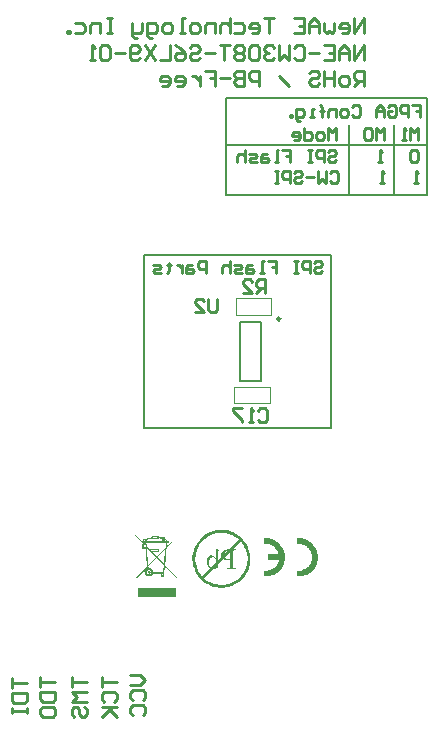
<source format=gbo>
G04 Layer_Color=32896*
%FSLAX25Y25*%
%MOIN*%
G70*
G01*
G75*
%ADD19C,0.01000*%
%ADD34C,0.00984*%
%ADD35C,0.00787*%
%ADD36C,0.00394*%
G36*
X181167Y159147D02*
Y159101D01*
Y159008D01*
Y158916D01*
Y158823D01*
Y158730D01*
Y158684D01*
Y158661D01*
Y158291D01*
Y157944D01*
Y157782D01*
Y157666D01*
Y157597D01*
Y157573D01*
Y157157D01*
Y156972D01*
Y156810D01*
Y156671D01*
Y156579D01*
Y156509D01*
Y156486D01*
Y156324D01*
Y156208D01*
Y156116D01*
Y156069D01*
Y156000D01*
X168509D01*
Y156023D01*
Y156069D01*
Y156254D01*
Y156416D01*
Y156463D01*
Y156486D01*
Y156856D01*
Y157203D01*
Y157365D01*
Y157481D01*
Y157550D01*
Y157573D01*
Y157990D01*
Y158175D01*
Y158337D01*
Y158476D01*
Y158569D01*
Y158638D01*
Y158661D01*
Y158823D01*
Y158962D01*
Y159055D01*
Y159101D01*
Y159147D01*
Y159170D01*
X181167D01*
Y159147D01*
D02*
G37*
G36*
X182000Y176710D02*
X178089Y172638D01*
X177974Y171527D01*
X177719Y168866D01*
X177534Y166945D01*
X181722Y162618D01*
X181445Y162340D01*
X177488Y166390D01*
X177256Y163914D01*
X177141D01*
Y162965D01*
X176261D01*
Y163914D01*
X173531D01*
X173438Y163729D01*
X173299Y163544D01*
X173114Y163335D01*
X172860Y163150D01*
X172559Y163058D01*
X172281Y163035D01*
X172003D01*
X171795Y163104D01*
X171541Y163197D01*
X171333Y163335D01*
X171170Y163497D01*
X171009Y163729D01*
X170893Y163983D01*
X170823Y164215D01*
X170800Y164423D01*
X170823Y164654D01*
X170870Y164839D01*
X170939Y165025D01*
X171032Y165210D01*
X171147Y165372D01*
X171309Y165534D01*
X171494Y165649D01*
X171656Y165719D01*
X171633Y165927D01*
X168162Y162340D01*
X167885Y162641D01*
X171587Y166482D01*
X171286Y169838D01*
X171078Y172267D01*
X169967D01*
Y173818D01*
X170268D01*
X167445Y176710D01*
X167746Y176988D01*
X170384Y174258D01*
Y174466D01*
X170337Y174512D01*
X170268Y174558D01*
X170199Y174628D01*
X170129Y174697D01*
X170083Y174813D01*
X170060Y174905D01*
X170037Y175021D01*
X170060Y175160D01*
X170106Y175252D01*
X170199Y175415D01*
X170314Y175507D01*
X170476Y175576D01*
X170638Y175600D01*
X170800Y175576D01*
X170939Y175530D01*
X171055Y175461D01*
X171101Y175391D01*
X171217Y175484D01*
X171379Y175600D01*
X171587Y175692D01*
X171888Y175808D01*
X172212Y175900D01*
X172536Y175970D01*
X172883Y176039D01*
X173161Y176062D01*
Y176409D01*
X175382D01*
Y176109D01*
X175567D01*
X175845Y176085D01*
X176146Y176039D01*
X176446Y175993D01*
Y176178D01*
X177395D01*
Y175738D01*
X177511Y175669D01*
X177673Y175600D01*
X177835Y175507D01*
X177974Y175415D01*
X178112Y175299D01*
X178205Y175206D01*
X178251Y175137D01*
X178298Y175044D01*
X178275Y174882D01*
X178830D01*
Y174165D01*
X178228D01*
X178136Y173262D01*
X181722Y176988D01*
X182000Y176710D01*
D02*
G37*
G36*
X197068Y178561D02*
X197785Y178469D01*
X198456Y178330D01*
X199104Y178145D01*
X199706Y177937D01*
X200261Y177682D01*
X200794Y177428D01*
X201256Y177173D01*
X201696Y176895D01*
X202066Y176641D01*
X202390Y176409D01*
X202668Y176178D01*
X202899Y175993D01*
X203038Y175854D01*
X203154Y175762D01*
X203177Y175738D01*
X203663Y175183D01*
X204102Y174628D01*
X204496Y174049D01*
X204797Y173471D01*
X205074Y172892D01*
X205306Y172314D01*
X205491Y171782D01*
X205653Y171249D01*
X205769Y170763D01*
X205861Y170300D01*
X205907Y169907D01*
X205954Y169560D01*
X205977Y169282D01*
X206000Y169074D01*
Y168935D01*
Y168912D01*
Y168889D01*
X205977Y168149D01*
X205884Y167454D01*
X205746Y166760D01*
X205560Y166135D01*
X205352Y165534D01*
X205098Y164955D01*
X204843Y164446D01*
X204589Y163960D01*
X204334Y163544D01*
X204079Y163150D01*
X203825Y162826D01*
X203617Y162549D01*
X203432Y162340D01*
X203293Y162178D01*
X203200Y162063D01*
X203177Y162039D01*
X202645Y161554D01*
X202066Y161114D01*
X201488Y160721D01*
X200909Y160420D01*
X200331Y160142D01*
X199775Y159911D01*
X199220Y159725D01*
X198688Y159564D01*
X198202Y159448D01*
X197739Y159355D01*
X197346Y159309D01*
X196999Y159263D01*
X196721Y159240D01*
X196513Y159216D01*
X196327D01*
X195587Y159240D01*
X194893Y159332D01*
X194222Y159471D01*
X193574Y159656D01*
X192972Y159864D01*
X192417Y160119D01*
X191885Y160373D01*
X191422Y160628D01*
X190982Y160882D01*
X190612Y161137D01*
X190288Y161392D01*
X190010Y161600D01*
X189779Y161785D01*
X189640Y161924D01*
X189524Y162016D01*
X189501Y162039D01*
X188992Y162595D01*
X188552Y163150D01*
X188182Y163729D01*
X187858Y164307D01*
X187581Y164886D01*
X187349Y165464D01*
X187164Y166020D01*
X187002Y166529D01*
X186886Y167015D01*
X186794Y167477D01*
X186748Y167871D01*
X186701Y168218D01*
X186678Y168496D01*
X186655Y168704D01*
Y168843D01*
Y168889D01*
X186678Y169630D01*
X186771Y170324D01*
X186909Y171018D01*
X187095Y171643D01*
X187303Y172244D01*
X187557Y172823D01*
X187812Y173332D01*
X188066Y173818D01*
X188344Y174258D01*
X188599Y174628D01*
X188830Y174952D01*
X189061Y175229D01*
X189247Y175461D01*
X189385Y175600D01*
X189478Y175715D01*
X189501Y175738D01*
X190033Y176248D01*
X190612Y176687D01*
X191167Y177057D01*
X191769Y177381D01*
X192324Y177659D01*
X192903Y177890D01*
X193458Y178076D01*
X193967Y178237D01*
X194453Y178353D01*
X194916Y178446D01*
X195309Y178492D01*
X195656Y178538D01*
X195934Y178561D01*
X196142Y178585D01*
X196327D01*
X197068Y178561D01*
D02*
G37*
G36*
X211561Y175866D02*
X212048Y175820D01*
X212487Y175704D01*
X212927Y175588D01*
X213320Y175449D01*
X213714Y175287D01*
X214061Y175125D01*
X214362Y174940D01*
X214662Y174755D01*
X214917Y174593D01*
X215125Y174431D01*
X215310Y174292D01*
X215472Y174177D01*
X215565Y174084D01*
X215634Y174015D01*
X215657Y173992D01*
X215981Y173621D01*
X216282Y173251D01*
X216537Y172881D01*
X216745Y172487D01*
X216930Y172094D01*
X217069Y171724D01*
X217208Y171353D01*
X217300Y171006D01*
X217370Y170683D01*
X217439Y170382D01*
X217462Y170104D01*
X217509Y169873D01*
Y169687D01*
X217532Y169549D01*
Y169456D01*
Y169433D01*
X217509Y168947D01*
X217439Y168484D01*
X217347Y168021D01*
X217231Y167605D01*
X217092Y167188D01*
X216930Y166818D01*
X216768Y166471D01*
X216583Y166147D01*
X216421Y165869D01*
X216259Y165615D01*
X216097Y165407D01*
X215958Y165221D01*
X215819Y165059D01*
X215727Y164967D01*
X215680Y164898D01*
X215657Y164874D01*
X215287Y164550D01*
X214917Y164250D01*
X214523Y163995D01*
X214130Y163787D01*
X213760Y163602D01*
X213366Y163463D01*
X212996Y163324D01*
X212649Y163231D01*
X212325Y163162D01*
X212024Y163093D01*
X211747Y163069D01*
X211515Y163023D01*
X211330D01*
X211191Y163000D01*
X210844D01*
X210636Y163023D01*
X210428D01*
X210451Y164967D01*
X210659Y164944D01*
X210867Y164921D01*
X211076D01*
X211376Y164944D01*
X211654Y164967D01*
X212186Y165083D01*
X212672Y165245D01*
X213089Y165430D01*
X213436Y165592D01*
X213575Y165684D01*
X213690Y165754D01*
X213806Y165823D01*
X213876Y165869D01*
X213899Y165916D01*
X213922D01*
X214338Y166309D01*
X214685Y166749D01*
X214963Y167165D01*
X215171Y167582D01*
X215310Y167929D01*
X215380Y168091D01*
X215426Y168230D01*
X215449Y168322D01*
X215472Y168415D01*
X215495Y168461D01*
Y168484D01*
X211723D01*
Y170405D01*
X215495D01*
X215333Y170960D01*
X215102Y171469D01*
X214847Y171909D01*
X214593Y172279D01*
X214338Y172580D01*
X214130Y172788D01*
X213968Y172927D01*
X213945Y172973D01*
X213922D01*
X213690Y173159D01*
X213436Y173297D01*
X212950Y173552D01*
X212464Y173737D01*
X212024Y173853D01*
X211654Y173922D01*
X211492Y173945D01*
X211353D01*
X211238Y173968D01*
X210844D01*
X210636Y173945D01*
X210474Y173922D01*
X210428D01*
Y175866D01*
X210682Y175889D01*
X211076D01*
X211561Y175866D01*
D02*
G37*
G36*
X222530D02*
X223016Y175820D01*
X223456Y175704D01*
X223895Y175588D01*
X224289Y175449D01*
X224682Y175287D01*
X225029Y175125D01*
X225330Y174940D01*
X225631Y174755D01*
X225885Y174593D01*
X226093Y174431D01*
X226279Y174292D01*
X226441Y174177D01*
X226533Y174084D01*
X226603Y174015D01*
X226626Y173992D01*
X226950Y173621D01*
X227250Y173251D01*
X227505Y172881D01*
X227713Y172487D01*
X227898Y172094D01*
X228037Y171724D01*
X228176Y171353D01*
X228269Y171006D01*
X228338Y170683D01*
X228407Y170382D01*
X228431Y170104D01*
X228477Y169873D01*
Y169687D01*
X228500Y169549D01*
Y169456D01*
Y169433D01*
X228477Y168947D01*
X228407Y168484D01*
X228315Y168021D01*
X228199Y167605D01*
X228060Y167188D01*
X227898Y166818D01*
X227736Y166471D01*
X227551Y166147D01*
X227389Y165869D01*
X227227Y165615D01*
X227065Y165407D01*
X226926Y165221D01*
X226788Y165059D01*
X226695Y164967D01*
X226649Y164898D01*
X226626Y164874D01*
X226255Y164550D01*
X225885Y164250D01*
X225492Y163995D01*
X225098Y163787D01*
X224728Y163602D01*
X224335Y163463D01*
X223965Y163324D01*
X223618Y163231D01*
X223293Y163162D01*
X222993Y163093D01*
X222715Y163069D01*
X222484Y163023D01*
X222299D01*
X222160Y163000D01*
X221813D01*
X221604Y163023D01*
X221396D01*
Y164967D01*
X221627Y164944D01*
X221836Y164921D01*
X222044D01*
X222391Y164944D01*
X222715Y164967D01*
X223039Y165036D01*
X223340Y165129D01*
X223872Y165337D01*
X224335Y165592D01*
X224543Y165707D01*
X224728Y165823D01*
X224867Y165939D01*
X225006Y166031D01*
X225098Y166124D01*
X225168Y166193D01*
X225214Y166217D01*
X225237Y166240D01*
X225469Y166494D01*
X225677Y166772D01*
X225839Y167026D01*
X226001Y167304D01*
X226117Y167582D01*
X226232Y167836D01*
X226394Y168345D01*
X226487Y168785D01*
X226510Y168970D01*
X226533Y169132D01*
X226556Y169248D01*
Y169340D01*
Y169410D01*
Y169433D01*
X226533Y169780D01*
X226510Y170104D01*
X226441Y170428D01*
X226348Y170729D01*
X226140Y171261D01*
X225885Y171724D01*
X225769Y171932D01*
X225654Y172117D01*
X225538Y172256D01*
X225446Y172395D01*
X225353Y172487D01*
X225284Y172557D01*
X225260Y172603D01*
X225237Y172626D01*
X224983Y172858D01*
X224728Y173066D01*
X224450Y173251D01*
X224173Y173413D01*
X223918Y173529D01*
X223641Y173644D01*
X223155Y173806D01*
X222715Y173899D01*
X222507Y173922D01*
X222368Y173945D01*
X222229Y173968D01*
X221813D01*
X221604Y173945D01*
X221442Y173922D01*
X221396D01*
Y175866D01*
X221604Y175889D01*
X222044D01*
X222530Y175866D01*
D02*
G37*
%LPC*%
G36*
X172351Y165140D02*
X172235D01*
X172003Y165117D01*
X171842Y165025D01*
X171703Y164932D01*
X171633Y164793D01*
X171587Y164678D01*
X171541Y164562D01*
Y164469D01*
Y164446D01*
X171564Y164215D01*
X171656Y164053D01*
X171749Y163914D01*
X171888Y163845D01*
X172003Y163798D01*
X172119Y163775D01*
X172212Y163752D01*
X172235D01*
X172466Y163775D01*
X172628Y163868D01*
X172767Y163983D01*
X172837Y164099D01*
X172883Y164238D01*
X172906Y164330D01*
X172929Y164423D01*
Y164446D01*
X172906Y164678D01*
X172813Y164839D01*
X172698Y164978D01*
X172582Y165048D01*
X172443Y165094D01*
X172351Y165140D01*
D02*
G37*
G36*
X176747Y163914D02*
X176655D01*
Y163358D01*
X176747D01*
Y163914D01*
D02*
G37*
G36*
X177395Y175276D02*
Y174882D01*
X177881D01*
Y174952D01*
X177765Y175067D01*
X177627Y175160D01*
X177395Y175276D01*
D02*
G37*
G36*
X170685Y175206D02*
X170661D01*
X170546Y175183D01*
X170476Y175114D01*
X170453Y175021D01*
Y174998D01*
X170476Y174882D01*
X170546Y174836D01*
X170638Y174813D01*
X170661D01*
X170777Y174836D01*
X170823Y174905D01*
X170846Y174975D01*
Y174998D01*
X170823Y175114D01*
X170754Y175183D01*
X170685Y175206D01*
D02*
G37*
G36*
X171147Y173424D02*
X170384D01*
Y172661D01*
X171147D01*
Y173424D01*
D02*
G37*
G36*
X174965Y176016D02*
X173554D01*
Y175785D01*
X174965D01*
Y176016D01*
D02*
G37*
G36*
X175382Y175692D02*
Y175391D01*
X173161D01*
Y175646D01*
X172698Y175576D01*
X172281Y175484D01*
X171934Y175391D01*
X171656Y175252D01*
X171448Y175137D01*
X171286Y174975D01*
Y174882D01*
X176446D01*
Y175553D01*
X176122Y175623D01*
X175775Y175669D01*
X175382Y175692D01*
D02*
G37*
G36*
X177002Y175785D02*
X176840D01*
Y175252D01*
X177002D01*
Y175785D01*
D02*
G37*
G36*
X175035Y171689D02*
X172952D01*
Y171550D01*
X175035D01*
Y171689D01*
D02*
G37*
G36*
X171541Y172499D02*
Y172267D01*
X171494D01*
X171957Y166876D01*
X174479Y169491D01*
X172860Y171157D01*
X172513D01*
Y171504D01*
X171541Y172499D01*
D02*
G37*
G36*
X174757Y169190D02*
X172003Y166344D01*
X172050Y165834D01*
X172235Y165858D01*
X172443Y165834D01*
X172698Y165765D01*
X172952Y165649D01*
X173137Y165510D01*
X173299Y165349D01*
X173461Y165117D01*
X173577Y164839D01*
X173646Y164539D01*
X173623Y164330D01*
X176886D01*
X177118Y166760D01*
X174757Y169190D01*
D02*
G37*
G36*
X177812Y174165D02*
X171333D01*
X171379Y173818D01*
X171541D01*
Y173077D01*
X172513Y172082D01*
X175428D01*
Y171157D01*
X173415D01*
X174757Y169768D01*
X177696Y172823D01*
X177812Y174165D01*
D02*
G37*
G36*
X177627Y172175D02*
X175035Y169491D01*
X177164Y167292D01*
X177627Y172175D01*
D02*
G37*
%LPD*%
G36*
X172397Y164886D02*
X172513Y164839D01*
X172582Y164770D01*
X172628Y164678D01*
X172698Y164515D01*
Y164469D01*
Y164446D01*
X172675Y164284D01*
X172628Y164168D01*
X172559Y164099D01*
X172466Y164053D01*
X172304Y163983D01*
X172235D01*
X172073Y164006D01*
X171957Y164053D01*
X171888Y164122D01*
X171818Y164215D01*
X171772Y164377D01*
Y164423D01*
Y164446D01*
X171795Y164608D01*
X171842Y164724D01*
X171911Y164793D01*
X172003Y164863D01*
X172166Y164909D01*
X172235D01*
X172397Y164886D01*
D02*
G37*
%LPC*%
G36*
X172258Y164515D02*
X172189D01*
X172166Y164492D01*
Y164469D01*
Y164446D01*
Y164400D01*
X172189Y164377D01*
X172235D01*
X172281Y164400D01*
X172304Y164423D01*
Y164446D01*
X172281Y164492D01*
X172258Y164515D01*
D02*
G37*
G36*
X196490Y177613D02*
X196327D01*
X195656Y177590D01*
X195032Y177497D01*
X194407Y177381D01*
X193851Y177219D01*
X193296Y177011D01*
X192787Y176803D01*
X192324Y176572D01*
X191885Y176340D01*
X191514Y176085D01*
X191167Y175854D01*
X190866Y175646D01*
X190635Y175438D01*
X190427Y175276D01*
X190288Y175160D01*
X190195Y175067D01*
X190172Y175044D01*
X189733Y174558D01*
X189339Y174049D01*
X188992Y173540D01*
X188691Y173008D01*
X188460Y172499D01*
X188252Y171990D01*
X188090Y171481D01*
X187951Y171018D01*
X187835Y170578D01*
X187766Y170162D01*
X187696Y169815D01*
X187673Y169491D01*
X187650Y169236D01*
X187627Y169051D01*
Y168935D01*
Y168889D01*
X187650Y168218D01*
X187742Y167593D01*
X187858Y166991D01*
X188020Y166413D01*
X188205Y165858D01*
X188437Y165349D01*
X188668Y164886D01*
X188900Y164469D01*
X189131Y164076D01*
X189362Y163729D01*
X189571Y163428D01*
X189779Y163197D01*
X189840Y163118D01*
X189825Y163104D01*
X189999Y162919D01*
X190057Y162849D01*
X190149Y162757D01*
X190172Y162734D01*
X189999Y162919D01*
X189941Y162988D01*
X189840Y163118D01*
X192509Y165788D01*
X192370Y165881D01*
X192255Y165973D01*
X192162Y166043D01*
X192139Y166066D01*
X191885Y166344D01*
X191700Y166667D01*
X191561Y166968D01*
X191468Y167269D01*
X191422Y167524D01*
X191376Y167732D01*
Y167871D01*
Y167894D01*
Y167917D01*
X191399Y168264D01*
X191445Y168588D01*
X191537Y168843D01*
X191607Y169074D01*
X191700Y169259D01*
X191792Y169375D01*
X191838Y169467D01*
X191861Y169491D01*
X192047Y169676D01*
X192255Y169815D01*
X192440Y169930D01*
X192625Y170000D01*
X192787Y170046D01*
X192903Y170069D01*
X193018D01*
X193296Y170023D01*
X193551Y169930D01*
X193782Y169791D01*
X193967Y169630D01*
X194152Y169467D01*
X194268Y169329D01*
X194361Y169236D01*
X194384Y169190D01*
Y172314D01*
X194592D01*
X195888Y171782D01*
X195818Y171619D01*
X195680Y171666D01*
X195587Y171689D01*
X195494D01*
X195356Y171666D01*
X195333Y171643D01*
X195309D01*
X195263Y171573D01*
X195217Y171504D01*
X195194Y171434D01*
Y171411D01*
Y171319D01*
X195170Y171203D01*
Y170902D01*
Y170740D01*
Y170624D01*
Y170532D01*
Y170509D01*
Y168426D01*
X196304Y169583D01*
X196258Y169815D01*
X196212Y170023D01*
Y170115D01*
Y170162D01*
Y170208D01*
Y170231D01*
X196235Y170439D01*
X196258Y170624D01*
X196327Y170810D01*
X196374Y170948D01*
X196443Y171064D01*
X196513Y171157D01*
X196536Y171203D01*
X196559Y171226D01*
X196698Y171388D01*
X196837Y171504D01*
X196975Y171619D01*
X197114Y171689D01*
X197230Y171758D01*
X197299Y171805D01*
X197369Y171828D01*
X197392D01*
X197600Y171897D01*
X197808Y171943D01*
X198040Y171967D01*
X198248Y171990D01*
X198433Y172013D01*
X198734D01*
X202136Y175391D01*
X202483Y175044D01*
X202737Y174790D01*
X202622Y174928D01*
X202529Y175021D01*
X202506Y175044D01*
X202020Y175507D01*
X201511Y175900D01*
X200979Y176224D01*
X200446Y176525D01*
X199937Y176780D01*
X199428Y176988D01*
X198919Y177150D01*
X198456Y177289D01*
X198017Y177404D01*
X197600Y177474D01*
X197253Y177543D01*
X196929Y177567D01*
X196675Y177590D01*
X196490Y177613D01*
D02*
G37*
G36*
X198318Y171596D02*
X198179Y171550D01*
X198063Y171504D01*
X197970Y171458D01*
X197947Y171434D01*
X197739Y171272D01*
X197600Y171110D01*
X197485Y170972D01*
X197461Y170925D01*
Y170902D01*
X197392Y170786D01*
X197369Y170694D01*
X197346Y170648D01*
Y170624D01*
X198318Y171596D01*
D02*
G37*
G36*
X202737Y174790D02*
X202798Y174712D01*
X200099Y172013D01*
X201094D01*
Y171828D01*
X200840D01*
X200608Y171805D01*
X200446Y171735D01*
X200331Y171643D01*
X200308Y171619D01*
X200261Y171550D01*
X200215Y171458D01*
X200192Y171203D01*
X200169Y171087D01*
Y170972D01*
Y170902D01*
Y170879D01*
Y166737D01*
Y166552D01*
X200192Y166390D01*
Y166274D01*
X200215Y166182D01*
X200238Y166112D01*
Y166066D01*
X200261Y166043D01*
X200331Y165950D01*
X200423Y165904D01*
X200608Y165811D01*
X200770Y165788D01*
X201094D01*
Y165603D01*
X198341D01*
Y165788D01*
X198595D01*
X198827Y165811D01*
X198989Y165881D01*
X199081Y165950D01*
X199127Y165973D01*
X199174Y166043D01*
X199197Y166158D01*
X199243Y166413D01*
X199266Y166529D01*
Y166644D01*
Y166714D01*
Y166737D01*
Y168588D01*
X199035Y168542D01*
X198850Y168519D01*
X198734Y168496D01*
X198688D01*
X198479Y168473D01*
X198179D01*
X197901Y168496D01*
X197646Y168519D01*
X197438Y168588D01*
X197253Y168658D01*
X197091Y168704D01*
X196999Y168773D01*
X196929Y168796D01*
X196906Y168820D01*
X195170Y167061D01*
Y166020D01*
X194870Y165834D01*
X194615Y165719D01*
X194499Y165673D01*
X194430Y165626D01*
X194384Y165603D01*
X194361D01*
X194083Y165534D01*
X193851Y165487D01*
X193736Y165464D01*
X193574D01*
X190524Y162415D01*
X190658Y162294D01*
X191167Y161901D01*
X191676Y161554D01*
X192209Y161253D01*
X192718Y161021D01*
X193227Y160813D01*
X193736Y160651D01*
X194199Y160512D01*
X194638Y160397D01*
X195055Y160327D01*
X195402Y160258D01*
X195726Y160235D01*
X195980Y160212D01*
X196166Y160188D01*
X196327D01*
X196999Y160212D01*
X197623Y160304D01*
X198248Y160420D01*
X198803Y160582D01*
X199359Y160790D01*
X199868Y160998D01*
X200331Y161230D01*
X200770Y161461D01*
X201164Y161692D01*
X201511Y161924D01*
X201788Y162155D01*
X202043Y162340D01*
X202251Y162502D01*
X202390Y162618D01*
X202483Y162711D01*
X202506Y162734D01*
X202945Y163220D01*
X203339Y163729D01*
X203686Y164238D01*
X203987Y164770D01*
X204218Y165279D01*
X204427Y165811D01*
X204589Y166297D01*
X204727Y166760D01*
X204843Y167200D01*
X204912Y167616D01*
X204982Y167963D01*
X205005Y168287D01*
X205028Y168542D01*
X205051Y168727D01*
Y168843D01*
Y168889D01*
X205028Y169560D01*
X204936Y170185D01*
X204820Y170810D01*
X204658Y171365D01*
X204450Y171920D01*
X204241Y172429D01*
X204010Y172892D01*
X203779Y173332D01*
X203547Y173702D01*
X203316Y174049D01*
X203084Y174350D01*
X202899Y174581D01*
X202798Y174712D01*
X202807Y174720D01*
X202737Y174790D01*
D02*
G37*
G36*
X190172Y162734D02*
X190519Y162410D01*
X190524Y162415D01*
X190172Y162734D01*
D02*
G37*
G36*
X199266Y171157D02*
X197485Y169375D01*
X197531Y169282D01*
X197600Y169213D01*
X197623Y169190D01*
X197646Y169167D01*
X197785Y169028D01*
X197924Y168935D01*
X198063Y168866D01*
X198202Y168820D01*
X198318Y168796D01*
X198410Y168773D01*
X198595D01*
X198711Y168796D01*
X198827D01*
X198965Y168820D01*
X199104Y168843D01*
X199220Y168866D01*
X199266D01*
Y171157D01*
D02*
G37*
G36*
X193435Y169375D02*
X193389D01*
X193227Y169352D01*
X193065Y169306D01*
X192787Y169167D01*
X192694Y169074D01*
X192625Y169005D01*
X192579Y168958D01*
X192556Y168935D01*
X192440Y168750D01*
X192347Y168542D01*
X192278Y168334D01*
X192232Y168125D01*
X192209Y167940D01*
X192185Y167801D01*
Y167709D01*
Y167663D01*
X192209Y167339D01*
X192232Y167061D01*
X192301Y166830D01*
X192370Y166644D01*
X192440Y166482D01*
X192486Y166390D01*
X192533Y166320D01*
X192556Y166297D01*
X192625Y166182D01*
X192694Y166112D01*
X192764Y166066D01*
X192787Y166043D01*
X194384Y167639D01*
Y168889D01*
X194176Y169074D01*
X194037Y169190D01*
X193921Y169236D01*
X193898Y169259D01*
X193713Y169329D01*
X193551Y169352D01*
X193435Y169375D01*
D02*
G37*
%LPD*%
D19*
X262000Y308397D02*
Y312396D01*
X260667Y311063D01*
X259334Y312396D01*
Y308397D01*
X258001D02*
X256668D01*
X257335D01*
Y312396D01*
X258001Y311729D01*
X250670Y308397D02*
Y312396D01*
X249337Y311063D01*
X248005Y312396D01*
Y308397D01*
X246672Y311729D02*
X246005Y312396D01*
X244672D01*
X244006Y311729D01*
Y309063D01*
X244672Y308397D01*
X246005D01*
X246672Y309063D01*
Y311729D01*
X234676Y308397D02*
Y312396D01*
X233343Y311063D01*
X232010Y312396D01*
Y308397D01*
X230010D02*
X228677D01*
X228011Y309063D01*
Y310396D01*
X228677Y311063D01*
X230010D01*
X230677Y310396D01*
Y309063D01*
X230010Y308397D01*
X224012Y312396D02*
Y308397D01*
X226012D01*
X226678Y309063D01*
Y310396D01*
X226012Y311063D01*
X224012D01*
X220680Y308397D02*
X222013D01*
X222679Y309063D01*
Y310396D01*
X222013Y311063D01*
X220680D01*
X220013Y310396D01*
Y309730D01*
X222679D01*
X262000Y304531D02*
X261334Y305197D01*
X260001D01*
X259334Y304531D01*
Y301865D01*
X260001Y301199D01*
X261334D01*
X262000Y301865D01*
Y304531D01*
X250004Y301199D02*
X248671D01*
X249337D01*
Y305197D01*
X250004Y304531D01*
X232010D02*
X232676Y305197D01*
X234009D01*
X234676Y304531D01*
Y303864D01*
X234009Y303198D01*
X232676D01*
X232010Y302531D01*
Y301865D01*
X232676Y301199D01*
X234009D01*
X234676Y301865D01*
X230677Y301199D02*
Y305197D01*
X228677D01*
X228011Y304531D01*
Y303198D01*
X228677Y302531D01*
X230677D01*
X226678Y305197D02*
X225345D01*
X226012D01*
Y301199D01*
X226678D01*
X225345D01*
X216681Y305197D02*
X219347D01*
Y303198D01*
X218014D01*
X219347D01*
Y301199D01*
X215348D02*
X214016D01*
X214682D01*
Y305197D01*
X215348D01*
X211350Y303864D02*
X210017D01*
X209350Y303198D01*
Y301199D01*
X211350D01*
X212016Y301865D01*
X211350Y302531D01*
X209350D01*
X208017Y301199D02*
X206018D01*
X205352Y301865D01*
X206018Y302531D01*
X207351D01*
X208017Y303198D01*
X207351Y303864D01*
X205352D01*
X204019Y305197D02*
Y301199D01*
Y303198D01*
X203352Y303864D01*
X202019D01*
X201353Y303198D01*
Y301199D01*
X262000Y294000D02*
X260667D01*
X261334D01*
Y297999D01*
X262000Y297332D01*
X250670Y294000D02*
X249337D01*
X250004D01*
Y297999D01*
X250670Y297332D01*
X232676D02*
X233343Y297999D01*
X234676D01*
X235342Y297332D01*
Y294666D01*
X234676Y294000D01*
X233343D01*
X232676Y294666D01*
X231343Y297999D02*
Y294000D01*
X230010Y295333D01*
X228677Y294000D01*
Y297999D01*
X227344Y295999D02*
X224679D01*
X220680Y297332D02*
X221346Y297999D01*
X222679D01*
X223346Y297332D01*
Y296666D01*
X222679Y295999D01*
X221346D01*
X220680Y295333D01*
Y294666D01*
X221346Y294000D01*
X222679D01*
X223346Y294666D01*
X219347Y294000D02*
Y297999D01*
X217348D01*
X216681Y297332D01*
Y295999D01*
X217348Y295333D01*
X219347D01*
X215348Y297999D02*
X214016D01*
X214682D01*
Y294000D01*
X215348D01*
X214016D01*
X208501Y218249D02*
X209251Y218999D01*
X210750D01*
X211500Y218249D01*
Y215250D01*
X210750Y214500D01*
X209251D01*
X208501Y215250D01*
X207001Y214500D02*
X205502D01*
X206252D01*
Y218999D01*
X207001Y218249D01*
X203253Y218999D02*
X200254D01*
Y218249D01*
X203253Y215250D01*
Y214500D01*
X195000Y255499D02*
Y251750D01*
X194250Y251000D01*
X192751D01*
X192001Y251750D01*
Y255499D01*
X187502Y251000D02*
X190501D01*
X187502Y253999D01*
Y254749D01*
X188252Y255499D01*
X189752D01*
X190501Y254749D01*
X211000Y257500D02*
Y261999D01*
X208751D01*
X208001Y261249D01*
Y259749D01*
X208751Y258999D01*
X211000D01*
X209501D02*
X208001Y257500D01*
X203502D02*
X206502D01*
X203502Y260499D01*
Y261249D01*
X204252Y261999D01*
X205752D01*
X206502Y261249D01*
X227334Y267332D02*
X228001Y267999D01*
X229334D01*
X230000Y267332D01*
Y266666D01*
X229334Y265999D01*
X228001D01*
X227334Y265333D01*
Y264666D01*
X228001Y264000D01*
X229334D01*
X230000Y264666D01*
X226001Y264000D02*
Y267999D01*
X224002D01*
X223336Y267332D01*
Y265999D01*
X224002Y265333D01*
X226001D01*
X222003Y267999D02*
X220670D01*
X221336D01*
Y264000D01*
X222003D01*
X220670D01*
X212006Y267999D02*
X214672D01*
Y265999D01*
X213339D01*
X214672D01*
Y264000D01*
X210673D02*
X209340D01*
X210006D01*
Y267999D01*
X210673D01*
X206674Y266666D02*
X205341D01*
X204675Y265999D01*
Y264000D01*
X206674D01*
X207341Y264666D01*
X206674Y265333D01*
X204675D01*
X203342Y264000D02*
X201343D01*
X200676Y264666D01*
X201343Y265333D01*
X202676D01*
X203342Y265999D01*
X202676Y266666D01*
X200676D01*
X199343Y267999D02*
Y264000D01*
Y265999D01*
X198677Y266666D01*
X197344D01*
X196677Y265999D01*
Y264000D01*
X191346D02*
Y267999D01*
X189347D01*
X188680Y267332D01*
Y265999D01*
X189347Y265333D01*
X191346D01*
X186681Y266666D02*
X185348D01*
X184681Y265999D01*
Y264000D01*
X186681D01*
X187347Y264666D01*
X186681Y265333D01*
X184681D01*
X183348Y266666D02*
Y264000D01*
Y265333D01*
X182682Y265999D01*
X182016Y266666D01*
X181349D01*
X178683Y267332D02*
Y266666D01*
X179350D01*
X178017D01*
X178683D01*
Y264666D01*
X178017Y264000D01*
X176017D02*
X174018D01*
X173352Y264666D01*
X174018Y265333D01*
X175351D01*
X176017Y265999D01*
X175351Y266666D01*
X173352D01*
X259834Y319999D02*
X262500D01*
Y317999D01*
X261167D01*
X262500D01*
Y316000D01*
X258501D02*
Y319999D01*
X256502D01*
X255836Y319332D01*
Y317999D01*
X256502Y317333D01*
X258501D01*
X251837Y319332D02*
X252503Y319999D01*
X253836D01*
X254503Y319332D01*
Y316666D01*
X253836Y316000D01*
X252503D01*
X251837Y316666D01*
Y317999D01*
X253170D01*
X250504Y316000D02*
Y318666D01*
X249171Y319999D01*
X247838Y318666D01*
Y316000D01*
Y317999D01*
X250504D01*
X239841Y319332D02*
X240507Y319999D01*
X241840D01*
X242506Y319332D01*
Y316666D01*
X241840Y316000D01*
X240507D01*
X239841Y316666D01*
X237841Y316000D02*
X236508D01*
X235842Y316666D01*
Y317999D01*
X236508Y318666D01*
X237841D01*
X238508Y317999D01*
Y316666D01*
X237841Y316000D01*
X234509D02*
Y318666D01*
X232510D01*
X231843Y317999D01*
Y316000D01*
X229844D02*
Y319332D01*
Y317999D01*
X230510D01*
X229177D01*
X229844D01*
Y319332D01*
X229177Y319999D01*
X227178Y316000D02*
X225845D01*
X226512D01*
Y318666D01*
X227178D01*
X222513Y314667D02*
X221847D01*
X221180Y315334D01*
Y318666D01*
X223179D01*
X223846Y317999D01*
Y316666D01*
X223179Y316000D01*
X221180D01*
X219847D02*
Y316666D01*
X219181D01*
Y316000D01*
X219847D01*
X166002Y130000D02*
X169334D01*
X171000Y128334D01*
X169334Y126668D01*
X166002D01*
X166835Y121669D02*
X166002Y122502D01*
Y124169D01*
X166835Y125002D01*
X170167D01*
X171000Y124169D01*
Y122502D01*
X170167Y121669D01*
X166835Y116671D02*
X166002Y117504D01*
Y119170D01*
X166835Y120003D01*
X170167D01*
X171000Y119170D01*
Y117504D01*
X170167Y116671D01*
X156502Y129500D02*
Y126168D01*
Y127834D01*
X161500D01*
X157335Y121169D02*
X156502Y122002D01*
Y123669D01*
X157335Y124502D01*
X160667D01*
X161500Y123669D01*
Y122002D01*
X160667Y121169D01*
X156502Y119503D02*
X161500D01*
X159834D01*
X156502Y116171D01*
X159001Y118670D01*
X161500Y116171D01*
X146502Y129500D02*
Y126168D01*
Y127834D01*
X151500D01*
Y124502D02*
X146502D01*
X148168Y122836D01*
X146502Y121169D01*
X151500D01*
X147335Y116171D02*
X146502Y117004D01*
Y118670D01*
X147335Y119503D01*
X148168D01*
X149001Y118670D01*
Y117004D01*
X149834Y116171D01*
X150667D01*
X151500Y117004D01*
Y118670D01*
X150667Y119503D01*
X136002Y129500D02*
Y126168D01*
Y127834D01*
X141000D01*
X136002Y124502D02*
X141000D01*
Y122002D01*
X140167Y121169D01*
X136835D01*
X136002Y122002D01*
Y124502D01*
Y117004D02*
Y118670D01*
X136835Y119503D01*
X140167D01*
X141000Y118670D01*
Y117004D01*
X140167Y116171D01*
X136835D01*
X136002Y117004D01*
X126502Y129000D02*
Y125668D01*
Y127334D01*
X131500D01*
X126502Y124002D02*
X131500D01*
Y121502D01*
X130667Y120669D01*
X127335D01*
X126502Y121502D01*
Y124002D01*
Y119003D02*
Y117337D01*
Y118170D01*
X131500D01*
Y119003D01*
Y117337D01*
X244000Y344000D02*
Y348998D01*
X240668Y344000D01*
Y348998D01*
X236502Y344000D02*
X238169D01*
X239002Y344833D01*
Y346499D01*
X238169Y347332D01*
X236502D01*
X235669Y346499D01*
Y345666D01*
X239002D01*
X234003Y347332D02*
Y344833D01*
X233170Y344000D01*
X232337Y344833D01*
X231504Y344000D01*
X230671Y344833D01*
Y347332D01*
X229005Y344000D02*
Y347332D01*
X227339Y348998D01*
X225673Y347332D01*
Y344000D01*
Y346499D01*
X229005D01*
X220674Y348998D02*
X224007D01*
Y344000D01*
X220674D01*
X224007Y346499D02*
X222340D01*
X214010Y348998D02*
X210678D01*
X212344D01*
Y344000D01*
X206512D02*
X208178D01*
X209011Y344833D01*
Y346499D01*
X208178Y347332D01*
X206512D01*
X205679Y346499D01*
Y345666D01*
X209011D01*
X200681Y347332D02*
X203180D01*
X204013Y346499D01*
Y344833D01*
X203180Y344000D01*
X200681D01*
X199015Y348998D02*
Y344000D01*
Y346499D01*
X198181Y347332D01*
X196515D01*
X195682Y346499D01*
Y344000D01*
X194016D02*
Y347332D01*
X191517D01*
X190684Y346499D01*
Y344000D01*
X188185D02*
X186519D01*
X185686Y344833D01*
Y346499D01*
X186519Y347332D01*
X188185D01*
X189018Y346499D01*
Y344833D01*
X188185Y344000D01*
X184019D02*
X182353D01*
X183186D01*
Y348998D01*
X184019D01*
X179021Y344000D02*
X177355D01*
X176522Y344833D01*
Y346499D01*
X177355Y347332D01*
X179021D01*
X179854Y346499D01*
Y344833D01*
X179021Y344000D01*
X173190Y342334D02*
X172356D01*
X171523Y343167D01*
Y347332D01*
X174023D01*
X174856Y346499D01*
Y344833D01*
X174023Y344000D01*
X171523D01*
X169857Y347332D02*
Y344833D01*
X169024Y344000D01*
X166525D01*
Y343167D01*
X167358Y342334D01*
X168191D01*
X166525Y344000D02*
Y347332D01*
X159861Y348998D02*
X158194D01*
X159028D01*
Y344000D01*
X159861D01*
X158194D01*
X155695D02*
Y347332D01*
X153196D01*
X152363Y346499D01*
Y344000D01*
X147365Y347332D02*
X149864D01*
X150697Y346499D01*
Y344833D01*
X149864Y344000D01*
X147365D01*
X145698D02*
Y344833D01*
X144866D01*
Y344000D01*
X145698D01*
X244000Y335000D02*
Y339998D01*
X240668Y335000D01*
Y339998D01*
X239002Y335000D02*
Y338332D01*
X237335Y339998D01*
X235669Y338332D01*
Y335000D01*
Y337499D01*
X239002D01*
X230671Y339998D02*
X234003D01*
Y335000D01*
X230671D01*
X234003Y337499D02*
X232337D01*
X229005D02*
X225673D01*
X220674Y339165D02*
X221507Y339998D01*
X223173D01*
X224007Y339165D01*
Y335833D01*
X223173Y335000D01*
X221507D01*
X220674Y335833D01*
X219008Y339998D02*
Y335000D01*
X217342Y336666D01*
X215676Y335000D01*
Y339998D01*
X214010Y339165D02*
X213177Y339998D01*
X211510D01*
X210678Y339165D01*
Y338332D01*
X211510Y337499D01*
X212344D01*
X211510D01*
X210678Y336666D01*
Y335833D01*
X211510Y335000D01*
X213177D01*
X214010Y335833D01*
X209011Y339165D02*
X208178Y339998D01*
X206512D01*
X205679Y339165D01*
Y335833D01*
X206512Y335000D01*
X208178D01*
X209011Y335833D01*
Y339165D01*
X204013D02*
X203180Y339998D01*
X201514D01*
X200681Y339165D01*
Y338332D01*
X201514Y337499D01*
X200681Y336666D01*
Y335833D01*
X201514Y335000D01*
X203180D01*
X204013Y335833D01*
Y336666D01*
X203180Y337499D01*
X204013Y338332D01*
Y339165D01*
X203180Y337499D02*
X201514D01*
X199015Y339998D02*
X195682D01*
X197348D01*
Y335000D01*
X194016Y337499D02*
X190684D01*
X185686Y339165D02*
X186519Y339998D01*
X188185D01*
X189018Y339165D01*
Y338332D01*
X188185Y337499D01*
X186519D01*
X185686Y336666D01*
Y335833D01*
X186519Y335000D01*
X188185D01*
X189018Y335833D01*
X180687Y339998D02*
X182353Y339165D01*
X184019Y337499D01*
Y335833D01*
X183186Y335000D01*
X181520D01*
X180687Y335833D01*
Y336666D01*
X181520Y337499D01*
X184019D01*
X179021Y339998D02*
Y335000D01*
X175689D01*
X174023Y339998D02*
X170690Y335000D01*
Y339998D02*
X174023Y335000D01*
X169024Y335833D02*
X168191Y335000D01*
X166525D01*
X165692Y335833D01*
Y339165D01*
X166525Y339998D01*
X168191D01*
X169024Y339165D01*
Y338332D01*
X168191Y337499D01*
X165692D01*
X164026D02*
X160694D01*
X159028Y339165D02*
X158194Y339998D01*
X156528D01*
X155695Y339165D01*
Y335833D01*
X156528Y335000D01*
X158194D01*
X159028Y335833D01*
Y339165D01*
X154029Y335000D02*
X152363D01*
X153196D01*
Y339998D01*
X154029Y339165D01*
X244000Y326500D02*
Y331498D01*
X241501D01*
X240668Y330665D01*
Y328999D01*
X241501Y328166D01*
X244000D01*
X242334D02*
X240668Y326500D01*
X238169D02*
X236502D01*
X235669Y327333D01*
Y328999D01*
X236502Y329832D01*
X238169D01*
X239002Y328999D01*
Y327333D01*
X238169Y326500D01*
X234003Y331498D02*
Y326500D01*
Y328999D01*
X230671D01*
Y331498D01*
Y326500D01*
X225673Y330665D02*
X226506Y331498D01*
X228172D01*
X229005Y330665D01*
Y329832D01*
X228172Y328999D01*
X226506D01*
X225673Y328166D01*
Y327333D01*
X226506Y326500D01*
X228172D01*
X229005Y327333D01*
X219008Y326500D02*
X215676Y329832D01*
X209011Y326500D02*
Y331498D01*
X206512D01*
X205679Y330665D01*
Y328999D01*
X206512Y328166D01*
X209011D01*
X204013Y331498D02*
Y326500D01*
X201514D01*
X200681Y327333D01*
Y328166D01*
X201514Y328999D01*
X204013D01*
X201514D01*
X200681Y329832D01*
Y330665D01*
X201514Y331498D01*
X204013D01*
X199015Y328999D02*
X195682D01*
X190684Y331498D02*
X194016D01*
Y328999D01*
X192350D01*
X194016D01*
Y326500D01*
X189018Y329832D02*
Y326500D01*
Y328166D01*
X188185Y328999D01*
X187352Y329832D01*
X186519D01*
X181520Y326500D02*
X183186D01*
X184019Y327333D01*
Y328999D01*
X183186Y329832D01*
X181520D01*
X180687Y328999D01*
Y328166D01*
X184019D01*
X176522Y326500D02*
X178188D01*
X179021Y327333D01*
Y328999D01*
X178188Y329832D01*
X176522D01*
X175689Y328999D01*
Y328166D01*
X179021D01*
D34*
X215941Y248847D02*
G03*
X215941Y248847I-492J0D01*
G01*
D35*
X233000Y212500D02*
Y270000D01*
X170500Y212500D02*
X233000D01*
X170500D02*
Y270000D01*
X233000D01*
X254000Y290000D02*
Y313500D01*
Y290000D02*
X254500D01*
X239000D02*
Y313500D01*
X198000Y306750D02*
X265000D01*
Y290000D02*
Y322500D01*
X198000Y290000D02*
X265000D01*
X198000D02*
Y322500D01*
X265000D01*
X202457Y228157D02*
X209543D01*
X202457Y247843D02*
X209543D01*
X202457Y228157D02*
Y247843D01*
X209543Y228157D02*
Y247843D01*
D36*
X201095Y255756D02*
X212906D01*
X201095Y250244D02*
X212906D01*
Y255756D01*
X201095Y250244D02*
Y255756D01*
X200594Y226256D02*
X212405D01*
X200594Y220744D02*
X212405D01*
Y226256D01*
X200594Y220744D02*
Y226256D01*
M02*

</source>
